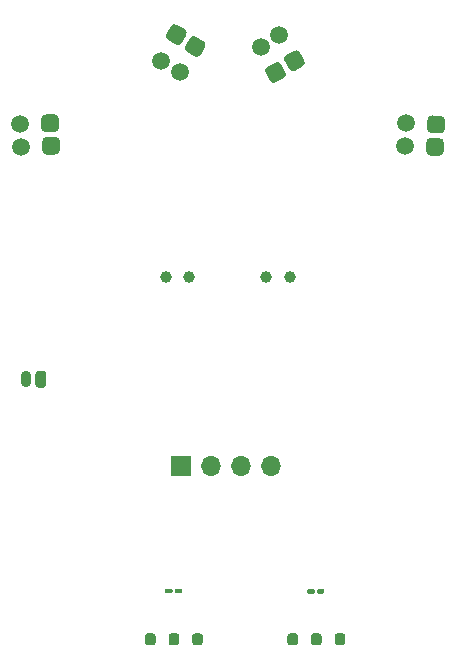
<source format=gbs>
G04 #@! TF.GenerationSoftware,KiCad,Pcbnew,(5.1.7)-1*
G04 #@! TF.CreationDate,2021-07-04T06:33:09+09:00*
G04 #@! TF.ProjectId,lapis,6c617069-732e-46b6-9963-61645f706362,rev?*
G04 #@! TF.SameCoordinates,Original*
G04 #@! TF.FileFunction,Soldermask,Bot*
G04 #@! TF.FilePolarity,Negative*
%FSLAX46Y46*%
G04 Gerber Fmt 4.6, Leading zero omitted, Abs format (unit mm)*
G04 Created by KiCad (PCBNEW (5.1.7)-1) date 2021-07-04 06:33:09*
%MOMM*%
%LPD*%
G01*
G04 APERTURE LIST*
%ADD10C,1.000000*%
%ADD11C,1.500000*%
%ADD12O,1.700000X1.700000*%
%ADD13R,1.700000X1.700000*%
%ADD14O,0.900000X1.400000*%
G04 APERTURE END LIST*
D10*
X148500000Y-106000000D03*
X150500000Y-106000000D03*
X142000000Y-106000000D03*
X140000000Y-106000000D03*
G36*
G01*
X151200000Y-136415000D02*
X151200000Y-136965000D01*
G75*
G02*
X150975000Y-137190000I-225000J0D01*
G01*
X150525000Y-137190000D01*
G75*
G02*
X150300000Y-136965000I0J225000D01*
G01*
X150300000Y-136415000D01*
G75*
G02*
X150525000Y-136190000I225000J0D01*
G01*
X150975000Y-136190000D01*
G75*
G02*
X151200000Y-136415000I0J-225000D01*
G01*
G37*
G36*
G01*
X153200000Y-136415000D02*
X153200000Y-136965000D01*
G75*
G02*
X152975000Y-137190000I-225000J0D01*
G01*
X152525000Y-137190000D01*
G75*
G02*
X152300000Y-136965000I0J225000D01*
G01*
X152300000Y-136415000D01*
G75*
G02*
X152525000Y-136190000I225000J0D01*
G01*
X152975000Y-136190000D01*
G75*
G02*
X153200000Y-136415000I0J-225000D01*
G01*
G37*
G36*
G01*
X155200000Y-136415000D02*
X155200000Y-136965000D01*
G75*
G02*
X154975000Y-137190000I-225000J0D01*
G01*
X154525000Y-137190000D01*
G75*
G02*
X154300000Y-136965000I0J225000D01*
G01*
X154300000Y-136415000D01*
G75*
G02*
X154525000Y-136190000I225000J0D01*
G01*
X154975000Y-136190000D01*
G75*
G02*
X155200000Y-136415000I0J-225000D01*
G01*
G37*
G36*
G01*
X139145000Y-136415000D02*
X139145000Y-136965000D01*
G75*
G02*
X138920000Y-137190000I-225000J0D01*
G01*
X138470000Y-137190000D01*
G75*
G02*
X138245000Y-136965000I0J225000D01*
G01*
X138245000Y-136415000D01*
G75*
G02*
X138470000Y-136190000I225000J0D01*
G01*
X138920000Y-136190000D01*
G75*
G02*
X139145000Y-136415000I0J-225000D01*
G01*
G37*
G36*
G01*
X141145000Y-136415000D02*
X141145000Y-136965000D01*
G75*
G02*
X140920000Y-137190000I-225000J0D01*
G01*
X140470000Y-137190000D01*
G75*
G02*
X140245000Y-136965000I0J225000D01*
G01*
X140245000Y-136415000D01*
G75*
G02*
X140470000Y-136190000I225000J0D01*
G01*
X140920000Y-136190000D01*
G75*
G02*
X141145000Y-136415000I0J-225000D01*
G01*
G37*
G36*
G01*
X143145000Y-136415000D02*
X143145000Y-136965000D01*
G75*
G02*
X142920000Y-137190000I-225000J0D01*
G01*
X142470000Y-137190000D01*
G75*
G02*
X142245000Y-136965000I0J225000D01*
G01*
X142245000Y-136415000D01*
G75*
G02*
X142470000Y-136190000I225000J0D01*
G01*
X142920000Y-136190000D01*
G75*
G02*
X143145000Y-136415000I0J-225000D01*
G01*
G37*
G36*
G01*
X140760000Y-132710000D02*
X140760000Y-132510000D01*
G75*
G02*
X140860000Y-132410000I100000J0D01*
G01*
X141295000Y-132410000D01*
G75*
G02*
X141395000Y-132510000I0J-100000D01*
G01*
X141395000Y-132710000D01*
G75*
G02*
X141295000Y-132810000I-100000J0D01*
G01*
X140860000Y-132810000D01*
G75*
G02*
X140760000Y-132710000I0J100000D01*
G01*
G37*
G36*
G01*
X139945000Y-132710000D02*
X139945000Y-132510000D01*
G75*
G02*
X140045000Y-132410000I100000J0D01*
G01*
X140480000Y-132410000D01*
G75*
G02*
X140580000Y-132510000I0J-100000D01*
G01*
X140580000Y-132710000D01*
G75*
G02*
X140480000Y-132810000I-100000J0D01*
G01*
X140045000Y-132810000D01*
G75*
G02*
X139945000Y-132710000I0J100000D01*
G01*
G37*
G36*
G01*
X152800000Y-132730000D02*
X152800000Y-132530000D01*
G75*
G02*
X152900000Y-132430000I100000J0D01*
G01*
X153335000Y-132430000D01*
G75*
G02*
X153435000Y-132530000I0J-100000D01*
G01*
X153435000Y-132730000D01*
G75*
G02*
X153335000Y-132830000I-100000J0D01*
G01*
X152900000Y-132830000D01*
G75*
G02*
X152800000Y-132730000I0J100000D01*
G01*
G37*
G36*
G01*
X151985000Y-132730000D02*
X151985000Y-132530000D01*
G75*
G02*
X152085000Y-132430000I100000J0D01*
G01*
X152520000Y-132430000D01*
G75*
G02*
X152620000Y-132530000I0J-100000D01*
G01*
X152620000Y-132730000D01*
G75*
G02*
X152520000Y-132830000I-100000J0D01*
G01*
X152085000Y-132830000D01*
G75*
G02*
X151985000Y-132730000I0J100000D01*
G01*
G37*
D11*
X160261547Y-94911355D03*
G36*
G01*
X163562631Y-94651403D02*
X163536456Y-95400946D01*
G75*
G02*
X163148597Y-95762631I-374772J13087D01*
G01*
X162399054Y-95736456D01*
G75*
G02*
X162037369Y-95348597I13087J374772D01*
G01*
X162063544Y-94599054D01*
G75*
G02*
X162451403Y-94237369I374772J-13087D01*
G01*
X163200946Y-94263544D01*
G75*
G02*
X163562631Y-94651403I-13087J-374772D01*
G01*
G37*
G36*
G01*
X149999760Y-89162020D02*
X149350240Y-89537020D01*
G75*
G02*
X148837980Y-89399760I-187500J324760D01*
G01*
X148462980Y-88750240D01*
G75*
G02*
X148600240Y-88237980I324760J187500D01*
G01*
X149249760Y-87862980D01*
G75*
G02*
X149762020Y-88000240I187500J-324760D01*
G01*
X150137020Y-88649760D01*
G75*
G02*
X149999760Y-89162020I-324760J-187500D01*
G01*
G37*
X148030000Y-86500295D03*
X141230000Y-88699705D03*
G36*
G01*
X142550240Y-85662980D02*
X143199760Y-86037980D01*
G75*
G02*
X143337020Y-86550240I-187500J-324760D01*
G01*
X142962020Y-87199760D01*
G75*
G02*
X142449760Y-87337020I-324760J187500D01*
G01*
X141800240Y-86962020D01*
G75*
G02*
X141662980Y-86449760I187500J324760D01*
G01*
X142037980Y-85800240D01*
G75*
G02*
X142550240Y-85662980I324760J-187500D01*
G01*
G37*
X127761547Y-94988645D03*
G36*
G01*
X131036456Y-94499054D02*
X131062631Y-95248597D01*
G75*
G02*
X130700946Y-95636456I-374772J-13087D01*
G01*
X129951403Y-95662631D01*
G75*
G02*
X129563544Y-95300946I-13087J374772D01*
G01*
X129537369Y-94551403D01*
G75*
G02*
X129899054Y-94163544I374772J13087D01*
G01*
X130648597Y-94137369D01*
G75*
G02*
X131036456Y-94499054I13087J-374772D01*
G01*
G37*
G36*
G01*
X130936456Y-92599054D02*
X130962631Y-93348597D01*
G75*
G02*
X130600946Y-93736456I-374772J-13087D01*
G01*
X129851403Y-93762631D01*
G75*
G02*
X129463544Y-93400946I-13087J374772D01*
G01*
X129437369Y-92651403D01*
G75*
G02*
X129799054Y-92263544I374772J13087D01*
G01*
X130548597Y-92237369D01*
G75*
G02*
X130936456Y-92599054I13087J-374772D01*
G01*
G37*
X127661547Y-93088645D03*
G36*
G01*
X151599760Y-88162020D02*
X150950240Y-88537020D01*
G75*
G02*
X150437980Y-88399760I-187500J324760D01*
G01*
X150062980Y-87750240D01*
G75*
G02*
X150200240Y-87237980I324760J187500D01*
G01*
X150849760Y-86862980D01*
G75*
G02*
X151362020Y-87000240I187500J-324760D01*
G01*
X151737020Y-87649760D01*
G75*
G02*
X151599760Y-88162020I-324760J-187500D01*
G01*
G37*
X149630000Y-85500295D03*
X139630000Y-87699705D03*
G36*
G01*
X140950240Y-84662980D02*
X141599760Y-85037980D01*
G75*
G02*
X141737020Y-85550240I-187500J-324760D01*
G01*
X141362020Y-86199760D01*
G75*
G02*
X140849760Y-86337020I-324760J187500D01*
G01*
X140200240Y-85962020D01*
G75*
G02*
X140062980Y-85449760I187500J324760D01*
G01*
X140437980Y-84800240D01*
G75*
G02*
X140950240Y-84662980I324760J-187500D01*
G01*
G37*
X160361547Y-93011355D03*
G36*
G01*
X163662631Y-92751403D02*
X163636456Y-93500946D01*
G75*
G02*
X163248597Y-93862631I-374772J13087D01*
G01*
X162499054Y-93836456D01*
G75*
G02*
X162137369Y-93448597I13087J374772D01*
G01*
X162163544Y-92699054D01*
G75*
G02*
X162551403Y-92337369I374772J-13087D01*
G01*
X163300946Y-92363544D01*
G75*
G02*
X163662631Y-92751403I-13087J-374772D01*
G01*
G37*
D12*
X148920000Y-122000000D03*
X146380000Y-122000000D03*
X143840000Y-122000000D03*
D13*
X141300000Y-122000000D03*
D14*
X128175000Y-114675000D03*
G36*
G01*
X129875000Y-114200000D02*
X129875000Y-115150000D01*
G75*
G02*
X129650000Y-115375000I-225000J0D01*
G01*
X129200000Y-115375000D01*
G75*
G02*
X128975000Y-115150000I0J225000D01*
G01*
X128975000Y-114200000D01*
G75*
G02*
X129200000Y-113975000I225000J0D01*
G01*
X129650000Y-113975000D01*
G75*
G02*
X129875000Y-114200000I0J-225000D01*
G01*
G37*
M02*

</source>
